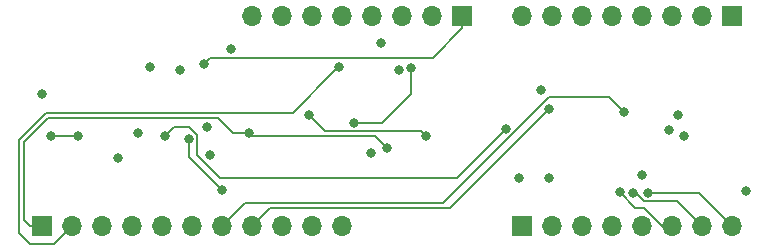
<source format=gbr>
%TF.GenerationSoftware,KiCad,Pcbnew,(5.1.10-1-10_14)*%
%TF.CreationDate,2021-12-11T09:19:18-05:00*%
%TF.ProjectId,control-unit,636f6e74-726f-46c2-9d75-6e69742e6b69,rev?*%
%TF.SameCoordinates,Original*%
%TF.FileFunction,Copper,L4,Bot*%
%TF.FilePolarity,Positive*%
%FSLAX46Y46*%
G04 Gerber Fmt 4.6, Leading zero omitted, Abs format (unit mm)*
G04 Created by KiCad (PCBNEW (5.1.10-1-10_14)) date 2021-12-11 09:19:18*
%MOMM*%
%LPD*%
G01*
G04 APERTURE LIST*
%TA.AperFunction,ComponentPad*%
%ADD10O,1.700000X1.700000*%
%TD*%
%TA.AperFunction,ComponentPad*%
%ADD11R,1.700000X1.700000*%
%TD*%
%TA.AperFunction,ViaPad*%
%ADD12C,0.800000*%
%TD*%
%TA.AperFunction,Conductor*%
%ADD13C,0.200000*%
%TD*%
G04 APERTURE END LIST*
D10*
%TO.P,J4,8*%
%TO.N,B0*%
X169164000Y-79756000D03*
%TO.P,J4,7*%
%TO.N,B1*%
X171704000Y-79756000D03*
%TO.P,J4,6*%
%TO.N,B2*%
X174244000Y-79756000D03*
%TO.P,J4,5*%
%TO.N,B3*%
X176784000Y-79756000D03*
%TO.P,J4,4*%
%TO.N,B4*%
X179324000Y-79756000D03*
%TO.P,J4,3*%
%TO.N,B5*%
X181864000Y-79756000D03*
%TO.P,J4,2*%
%TO.N,B6*%
X184404000Y-79756000D03*
D11*
%TO.P,J4,1*%
%TO.N,B7*%
X186944000Y-79756000D03*
%TD*%
D10*
%TO.P,J3,8*%
%TO.N,A0*%
X146304000Y-79756000D03*
%TO.P,J3,7*%
%TO.N,A1*%
X148844000Y-79756000D03*
%TO.P,J3,6*%
%TO.N,A2*%
X151384000Y-79756000D03*
%TO.P,J3,5*%
%TO.N,A3*%
X153924000Y-79756000D03*
%TO.P,J3,4*%
%TO.N,A4*%
X156464000Y-79756000D03*
%TO.P,J3,3*%
%TO.N,A5*%
X159004000Y-79756000D03*
%TO.P,J3,2*%
%TO.N,A6*%
X161544000Y-79756000D03*
D11*
%TO.P,J3,1*%
%TO.N,A7*%
X164084000Y-79756000D03*
%TD*%
D10*
%TO.P,J2,11*%
%TO.N,VCC*%
X153924000Y-97536000D03*
%TO.P,J2,10*%
%TO.N,GND*%
X151384000Y-97536000D03*
%TO.P,J2,9*%
%TO.N,~LDA*%
X148844000Y-97536000D03*
%TO.P,J2,8*%
%TO.N,~A_OUT*%
X146304000Y-97536000D03*
%TO.P,J2,7*%
%TO.N,LDB*%
X143764000Y-97536000D03*
%TO.P,J2,6*%
%TO.N,~SHL*%
X141224000Y-97536000D03*
%TO.P,J2,5*%
%TO.N,~SHR*%
X138684000Y-97536000D03*
%TO.P,J2,4*%
%TO.N,~ROR*%
X136144000Y-97536000D03*
%TO.P,J2,3*%
%TO.N,~ROL*%
X133604000Y-97536000D03*
%TO.P,J2,2*%
%TO.N,CLOCK*%
X131064000Y-97536000D03*
D11*
%TO.P,J2,1*%
%TO.N,~RESET*%
X128524000Y-97536000D03*
%TD*%
D10*
%TO.P,J1,8*%
%TO.N,BUS0*%
X186944000Y-97536000D03*
%TO.P,J1,7*%
%TO.N,BUS1*%
X184404000Y-97536000D03*
%TO.P,J1,6*%
%TO.N,BUS2*%
X181864000Y-97536000D03*
%TO.P,J1,5*%
%TO.N,BUS3*%
X179324000Y-97536000D03*
%TO.P,J1,4*%
%TO.N,BUS4*%
X176784000Y-97536000D03*
%TO.P,J1,3*%
%TO.N,BUS5*%
X174244000Y-97536000D03*
%TO.P,J1,2*%
%TO.N,BUS6*%
X171704000Y-97536000D03*
D11*
%TO.P,J1,1*%
%TO.N,BUS7*%
X169164000Y-97536000D03*
%TD*%
D12*
%TO.N,VCC*%
X170756500Y-86037500D03*
X128524000Y-86360000D03*
X142494000Y-89154000D03*
X158750000Y-84328000D03*
X182372000Y-88138004D03*
X136652000Y-89662000D03*
%TO.N,A3*%
X161036000Y-89916000D03*
X151130000Y-88138000D03*
%TO.N,GND*%
X179324000Y-93218000D03*
X182880000Y-89916000D03*
X188091000Y-94611000D03*
X171450000Y-93472000D03*
X168910000Y-93472000D03*
X156399000Y-91375000D03*
X142696249Y-91500922D03*
X140208000Y-84328000D03*
X134942500Y-91762500D03*
X144526000Y-82550000D03*
X157226000Y-82042000D03*
X181610000Y-89408000D03*
X137668000Y-84074000D03*
%TO.N,~LDA*%
X131572000Y-89916000D03*
X129286000Y-89916000D03*
%TO.N,~A_OUT*%
X171450000Y-87630000D03*
%TO.N,A7*%
X142240000Y-83820000D03*
%TO.N,A4*%
X154928970Y-88815979D03*
X159739961Y-84186577D03*
%TO.N,BUS0*%
X179832000Y-94742000D03*
%TO.N,BUS1*%
X178562000Y-94742000D03*
%TO.N,BUS2*%
X177413420Y-94680933D03*
%TO.N,CLOCK*%
X153659500Y-84063500D03*
%TO.N,CISR*%
X143764000Y-94488000D03*
X140970000Y-90170000D03*
%TO.N,~RESET*%
X157734000Y-90932000D03*
X146050000Y-89662000D03*
%TO.N,CISL*%
X138938000Y-89916000D03*
X167750491Y-89323545D03*
%TO.N,LDB*%
X177800000Y-87884000D03*
%TD*%
D13*
%TO.N,A3*%
X161036000Y-89916000D02*
X160635989Y-89515989D01*
X152507989Y-89515989D02*
X151130000Y-88138000D01*
X160635989Y-89515989D02*
X152507989Y-89515989D01*
%TO.N,~LDA*%
X129286000Y-89916000D02*
X131572000Y-89916000D01*
%TO.N,~A_OUT*%
X147828000Y-96012000D02*
X146304000Y-97536000D01*
X163068000Y-96012000D02*
X147828000Y-96012000D01*
X171450000Y-87630000D02*
X163068000Y-96012000D01*
%TO.N,A7*%
X164084000Y-79756000D02*
X164084000Y-80806000D01*
X164084000Y-80806000D02*
X161578000Y-83312000D01*
X161578000Y-83312000D02*
X142748000Y-83312000D01*
X142748000Y-83312000D02*
X142240000Y-83820000D01*
%TO.N,A4*%
X157310021Y-88815979D02*
X159739961Y-86386039D01*
X154928970Y-88815979D02*
X157310021Y-88815979D01*
X159739961Y-86386039D02*
X159739961Y-84186577D01*
%TO.N,BUS0*%
X184150000Y-94742000D02*
X186944000Y-97536000D01*
X179832000Y-94742000D02*
X184150000Y-94742000D01*
%TO.N,BUS1*%
X182310001Y-95442001D02*
X183554001Y-96686001D01*
X178562000Y-94742000D02*
X178795998Y-94742000D01*
X183554001Y-96686001D02*
X184404000Y-97536000D01*
X178795998Y-94742000D02*
X179495999Y-95442001D01*
X179495999Y-95442001D02*
X182310001Y-95442001D01*
%TO.N,BUS2*%
X179500298Y-96012000D02*
X178744487Y-96012000D01*
X181024298Y-97536000D02*
X179500298Y-96012000D01*
X178744487Y-96012000D02*
X177413420Y-94680933D01*
X181864000Y-97536000D02*
X181024298Y-97536000D01*
%TO.N,CLOCK*%
X153259501Y-84463499D02*
X153659500Y-84063500D01*
X126599989Y-90258311D02*
X128866311Y-87991989D01*
X143596111Y-88000479D02*
X149722521Y-88000479D01*
X143587621Y-87991989D02*
X143596111Y-88000479D01*
X128866311Y-87991989D02*
X143587621Y-87991989D01*
X126599989Y-98151989D02*
X126599989Y-90258311D01*
X129540000Y-99060000D02*
X127508000Y-99060000D01*
X131064000Y-97536000D02*
X129540000Y-99060000D01*
X127508000Y-99060000D02*
X126599989Y-98151989D01*
X149722521Y-88000479D02*
X153259501Y-84463499D01*
%TO.N,CISR*%
X140970000Y-91694000D02*
X140970000Y-90170000D01*
X143764000Y-94488000D02*
X140970000Y-91694000D01*
%TO.N,~RESET*%
X146304000Y-89916000D02*
X146050000Y-89662000D01*
X156718000Y-89916000D02*
X146304000Y-89916000D01*
X157734000Y-90932000D02*
X156718000Y-89916000D01*
X129032000Y-88392000D02*
X143421932Y-88392000D01*
X143421932Y-88392000D02*
X144691932Y-89662000D01*
X127000000Y-90424000D02*
X129032000Y-88392000D01*
X144691932Y-89662000D02*
X146050000Y-89662000D01*
X128524000Y-97536000D02*
X127474000Y-97536000D01*
X127000000Y-97062000D02*
X127000000Y-90424000D01*
X127474000Y-97536000D02*
X127000000Y-97062000D01*
%TO.N,CISL*%
X139700000Y-89154000D02*
X140990004Y-89154000D01*
X138938000Y-89916000D02*
X139700000Y-89154000D01*
X141670002Y-91574302D02*
X143550278Y-93454578D01*
X143550278Y-93454578D02*
X163619458Y-93454578D01*
X141670002Y-89833998D02*
X141670002Y-91574302D01*
X140990004Y-89154000D02*
X141670002Y-89833998D01*
X163619458Y-93454578D02*
X167750491Y-89323545D01*
%TO.N,LDB*%
X176530000Y-86614000D02*
X171450000Y-86614000D01*
X171450000Y-86614000D02*
X162452011Y-95611989D01*
X177800000Y-87884000D02*
X176530000Y-86614000D01*
X162452011Y-95611989D02*
X145688011Y-95611989D01*
X144613999Y-96686001D02*
X143764000Y-97536000D01*
X145688011Y-95611989D02*
X144613999Y-96686001D01*
%TD*%
M02*

</source>
